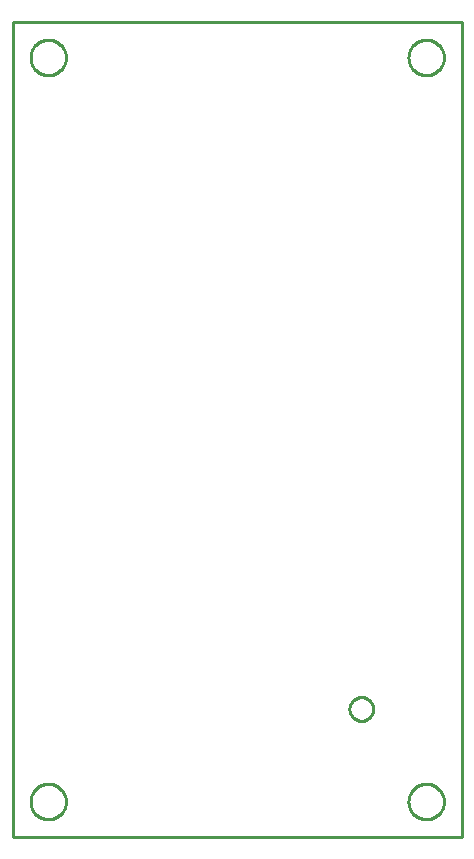
<source format=gbr>
G04 EAGLE Gerber RS-274X export*
G75*
%MOMM*%
%FSLAX34Y34*%
%LPD*%
%IN*%
%IPPOS*%
%AMOC8*
5,1,8,0,0,1.08239X$1,22.5*%
G01*
%ADD10C,0.254000*%


D10*
X0Y0D02*
X380000Y0D01*
X380000Y690000D01*
X0Y690000D01*
X0Y0D01*
X45000Y659464D02*
X44924Y658396D01*
X44771Y657335D01*
X44543Y656288D01*
X44241Y655260D01*
X43867Y654256D01*
X43422Y653281D01*
X42908Y652341D01*
X42329Y651440D01*
X41687Y650582D01*
X40985Y649772D01*
X40228Y649015D01*
X39418Y648313D01*
X38560Y647671D01*
X37659Y647092D01*
X36719Y646578D01*
X35744Y646133D01*
X34740Y645759D01*
X33712Y645457D01*
X32665Y645229D01*
X31604Y645076D01*
X30536Y645000D01*
X29464Y645000D01*
X28396Y645076D01*
X27335Y645229D01*
X26288Y645457D01*
X25260Y645759D01*
X24256Y646133D01*
X23281Y646578D01*
X22341Y647092D01*
X21440Y647671D01*
X20582Y648313D01*
X19772Y649015D01*
X19015Y649772D01*
X18313Y650582D01*
X17671Y651440D01*
X17092Y652341D01*
X16578Y653281D01*
X16133Y654256D01*
X15759Y655260D01*
X15457Y656288D01*
X15229Y657335D01*
X15076Y658396D01*
X15000Y659464D01*
X15000Y660536D01*
X15076Y661604D01*
X15229Y662665D01*
X15457Y663712D01*
X15759Y664740D01*
X16133Y665744D01*
X16578Y666719D01*
X17092Y667659D01*
X17671Y668560D01*
X18313Y669418D01*
X19015Y670228D01*
X19772Y670985D01*
X20582Y671687D01*
X21440Y672329D01*
X22341Y672908D01*
X23281Y673422D01*
X24256Y673867D01*
X25260Y674241D01*
X26288Y674543D01*
X27335Y674771D01*
X28396Y674924D01*
X29464Y675000D01*
X30536Y675000D01*
X31604Y674924D01*
X32665Y674771D01*
X33712Y674543D01*
X34740Y674241D01*
X35744Y673867D01*
X36719Y673422D01*
X37659Y672908D01*
X38560Y672329D01*
X39418Y671687D01*
X40228Y670985D01*
X40985Y670228D01*
X41687Y669418D01*
X42329Y668560D01*
X42908Y667659D01*
X43422Y666719D01*
X43867Y665744D01*
X44241Y664740D01*
X44543Y663712D01*
X44771Y662665D01*
X44924Y661604D01*
X45000Y660536D01*
X45000Y659464D01*
X365000Y659464D02*
X364924Y658396D01*
X364771Y657335D01*
X364543Y656288D01*
X364241Y655260D01*
X363867Y654256D01*
X363422Y653281D01*
X362908Y652341D01*
X362329Y651440D01*
X361687Y650582D01*
X360985Y649772D01*
X360228Y649015D01*
X359418Y648313D01*
X358560Y647671D01*
X357659Y647092D01*
X356719Y646578D01*
X355744Y646133D01*
X354740Y645759D01*
X353712Y645457D01*
X352665Y645229D01*
X351604Y645076D01*
X350536Y645000D01*
X349464Y645000D01*
X348396Y645076D01*
X347335Y645229D01*
X346288Y645457D01*
X345260Y645759D01*
X344256Y646133D01*
X343281Y646578D01*
X342341Y647092D01*
X341440Y647671D01*
X340582Y648313D01*
X339772Y649015D01*
X339015Y649772D01*
X338313Y650582D01*
X337671Y651440D01*
X337092Y652341D01*
X336578Y653281D01*
X336133Y654256D01*
X335759Y655260D01*
X335457Y656288D01*
X335229Y657335D01*
X335076Y658396D01*
X335000Y659464D01*
X335000Y660536D01*
X335076Y661604D01*
X335229Y662665D01*
X335457Y663712D01*
X335759Y664740D01*
X336133Y665744D01*
X336578Y666719D01*
X337092Y667659D01*
X337671Y668560D01*
X338313Y669418D01*
X339015Y670228D01*
X339772Y670985D01*
X340582Y671687D01*
X341440Y672329D01*
X342341Y672908D01*
X343281Y673422D01*
X344256Y673867D01*
X345260Y674241D01*
X346288Y674543D01*
X347335Y674771D01*
X348396Y674924D01*
X349464Y675000D01*
X350536Y675000D01*
X351604Y674924D01*
X352665Y674771D01*
X353712Y674543D01*
X354740Y674241D01*
X355744Y673867D01*
X356719Y673422D01*
X357659Y672908D01*
X358560Y672329D01*
X359418Y671687D01*
X360228Y670985D01*
X360985Y670228D01*
X361687Y669418D01*
X362329Y668560D01*
X362908Y667659D01*
X363422Y666719D01*
X363867Y665744D01*
X364241Y664740D01*
X364543Y663712D01*
X364771Y662665D01*
X364924Y661604D01*
X365000Y660536D01*
X365000Y659464D01*
X45000Y29464D02*
X44924Y28396D01*
X44771Y27335D01*
X44543Y26288D01*
X44241Y25260D01*
X43867Y24256D01*
X43422Y23281D01*
X42908Y22341D01*
X42329Y21440D01*
X41687Y20582D01*
X40985Y19772D01*
X40228Y19015D01*
X39418Y18313D01*
X38560Y17671D01*
X37659Y17092D01*
X36719Y16578D01*
X35744Y16133D01*
X34740Y15759D01*
X33712Y15457D01*
X32665Y15229D01*
X31604Y15076D01*
X30536Y15000D01*
X29464Y15000D01*
X28396Y15076D01*
X27335Y15229D01*
X26288Y15457D01*
X25260Y15759D01*
X24256Y16133D01*
X23281Y16578D01*
X22341Y17092D01*
X21440Y17671D01*
X20582Y18313D01*
X19772Y19015D01*
X19015Y19772D01*
X18313Y20582D01*
X17671Y21440D01*
X17092Y22341D01*
X16578Y23281D01*
X16133Y24256D01*
X15759Y25260D01*
X15457Y26288D01*
X15229Y27335D01*
X15076Y28396D01*
X15000Y29464D01*
X15000Y30536D01*
X15076Y31604D01*
X15229Y32665D01*
X15457Y33712D01*
X15759Y34740D01*
X16133Y35744D01*
X16578Y36719D01*
X17092Y37659D01*
X17671Y38560D01*
X18313Y39418D01*
X19015Y40228D01*
X19772Y40985D01*
X20582Y41687D01*
X21440Y42329D01*
X22341Y42908D01*
X23281Y43422D01*
X24256Y43867D01*
X25260Y44241D01*
X26288Y44543D01*
X27335Y44771D01*
X28396Y44924D01*
X29464Y45000D01*
X30536Y45000D01*
X31604Y44924D01*
X32665Y44771D01*
X33712Y44543D01*
X34740Y44241D01*
X35744Y43867D01*
X36719Y43422D01*
X37659Y42908D01*
X38560Y42329D01*
X39418Y41687D01*
X40228Y40985D01*
X40985Y40228D01*
X41687Y39418D01*
X42329Y38560D01*
X42908Y37659D01*
X43422Y36719D01*
X43867Y35744D01*
X44241Y34740D01*
X44543Y33712D01*
X44771Y32665D01*
X44924Y31604D01*
X45000Y30536D01*
X45000Y29464D01*
X365000Y29464D02*
X364924Y28396D01*
X364771Y27335D01*
X364543Y26288D01*
X364241Y25260D01*
X363867Y24256D01*
X363422Y23281D01*
X362908Y22341D01*
X362329Y21440D01*
X361687Y20582D01*
X360985Y19772D01*
X360228Y19015D01*
X359418Y18313D01*
X358560Y17671D01*
X357659Y17092D01*
X356719Y16578D01*
X355744Y16133D01*
X354740Y15759D01*
X353712Y15457D01*
X352665Y15229D01*
X351604Y15076D01*
X350536Y15000D01*
X349464Y15000D01*
X348396Y15076D01*
X347335Y15229D01*
X346288Y15457D01*
X345260Y15759D01*
X344256Y16133D01*
X343281Y16578D01*
X342341Y17092D01*
X341440Y17671D01*
X340582Y18313D01*
X339772Y19015D01*
X339015Y19772D01*
X338313Y20582D01*
X337671Y21440D01*
X337092Y22341D01*
X336578Y23281D01*
X336133Y24256D01*
X335759Y25260D01*
X335457Y26288D01*
X335229Y27335D01*
X335076Y28396D01*
X335000Y29464D01*
X335000Y30536D01*
X335076Y31604D01*
X335229Y32665D01*
X335457Y33712D01*
X335759Y34740D01*
X336133Y35744D01*
X336578Y36719D01*
X337092Y37659D01*
X337671Y38560D01*
X338313Y39418D01*
X339015Y40228D01*
X339772Y40985D01*
X340582Y41687D01*
X341440Y42329D01*
X342341Y42908D01*
X343281Y43422D01*
X344256Y43867D01*
X345260Y44241D01*
X346288Y44543D01*
X347335Y44771D01*
X348396Y44924D01*
X349464Y45000D01*
X350536Y45000D01*
X351604Y44924D01*
X352665Y44771D01*
X353712Y44543D01*
X354740Y44241D01*
X355744Y43867D01*
X356719Y43422D01*
X357659Y42908D01*
X358560Y42329D01*
X359418Y41687D01*
X360228Y40985D01*
X360985Y40228D01*
X361687Y39418D01*
X362329Y38560D01*
X362908Y37659D01*
X363422Y36719D01*
X363867Y35744D01*
X364241Y34740D01*
X364543Y33712D01*
X364771Y32665D01*
X364924Y31604D01*
X365000Y30536D01*
X365000Y29464D01*
X294563Y118400D02*
X293694Y118324D01*
X292834Y118172D01*
X291990Y117946D01*
X291170Y117648D01*
X290378Y117279D01*
X289622Y116842D01*
X288907Y116341D01*
X288238Y115780D01*
X287620Y115162D01*
X287059Y114493D01*
X286558Y113778D01*
X286121Y113022D01*
X285752Y112230D01*
X285454Y111410D01*
X285228Y110566D01*
X285076Y109707D01*
X285000Y108837D01*
X285000Y107963D01*
X285076Y107094D01*
X285228Y106234D01*
X285454Y105390D01*
X285752Y104570D01*
X286121Y103778D01*
X286558Y103022D01*
X287059Y102307D01*
X287620Y101638D01*
X288238Y101020D01*
X288907Y100459D01*
X289622Y99958D01*
X290378Y99521D01*
X291170Y99152D01*
X291990Y98854D01*
X292834Y98628D01*
X293694Y98476D01*
X294563Y98400D01*
X295437Y98400D01*
X296307Y98476D01*
X297166Y98628D01*
X298010Y98854D01*
X298830Y99152D01*
X299622Y99521D01*
X300378Y99958D01*
X301093Y100459D01*
X301762Y101020D01*
X302380Y101638D01*
X302941Y102307D01*
X303442Y103022D01*
X303879Y103778D01*
X304248Y104570D01*
X304546Y105390D01*
X304772Y106234D01*
X304924Y107094D01*
X305000Y107963D01*
X305000Y108837D01*
X304924Y109707D01*
X304772Y110566D01*
X304546Y111410D01*
X304248Y112230D01*
X303879Y113022D01*
X303442Y113778D01*
X302941Y114493D01*
X302380Y115162D01*
X301762Y115780D01*
X301093Y116341D01*
X300378Y116842D01*
X299622Y117279D01*
X298830Y117648D01*
X298010Y117946D01*
X297166Y118172D01*
X296307Y118324D01*
X295437Y118400D01*
X294563Y118400D01*
M02*

</source>
